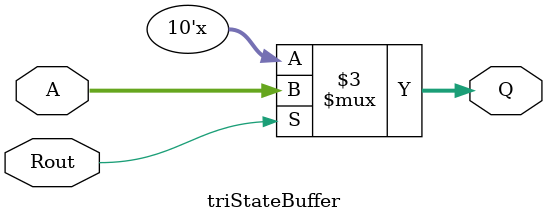
<source format=sv>
module triStateBuffer(
		input logic Rout, 
		input logic [9:0]A,
		output logic [9:0]Q
);

always_comb
begin
	if(Rout)
		Q <= A;
	else
		Q <= 10'bzzzzzzzzzz;
end

endmodule
</source>
